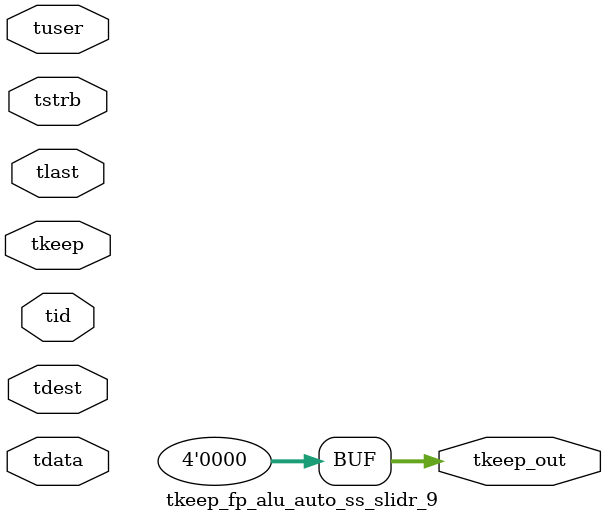
<source format=v>


`timescale 1ps/1ps

module tkeep_fp_alu_auto_ss_slidr_9 #
(
parameter C_S_AXIS_TDATA_WIDTH = 32,
parameter C_S_AXIS_TUSER_WIDTH = 0,
parameter C_S_AXIS_TID_WIDTH   = 0,
parameter C_S_AXIS_TDEST_WIDTH = 0,
parameter C_M_AXIS_TDATA_WIDTH = 32
)
(
input  [(C_S_AXIS_TDATA_WIDTH == 0 ? 1 : C_S_AXIS_TDATA_WIDTH)-1:0     ] tdata,
input  [(C_S_AXIS_TUSER_WIDTH == 0 ? 1 : C_S_AXIS_TUSER_WIDTH)-1:0     ] tuser,
input  [(C_S_AXIS_TID_WIDTH   == 0 ? 1 : C_S_AXIS_TID_WIDTH)-1:0       ] tid,
input  [(C_S_AXIS_TDEST_WIDTH == 0 ? 1 : C_S_AXIS_TDEST_WIDTH)-1:0     ] tdest,
input  [(C_S_AXIS_TDATA_WIDTH/8)-1:0 ] tkeep,
input  [(C_S_AXIS_TDATA_WIDTH/8)-1:0 ] tstrb,
input                                                                    tlast,
output [(C_M_AXIS_TDATA_WIDTH/8)-1:0 ] tkeep_out
);

assign tkeep_out = {1'b0};

endmodule


</source>
